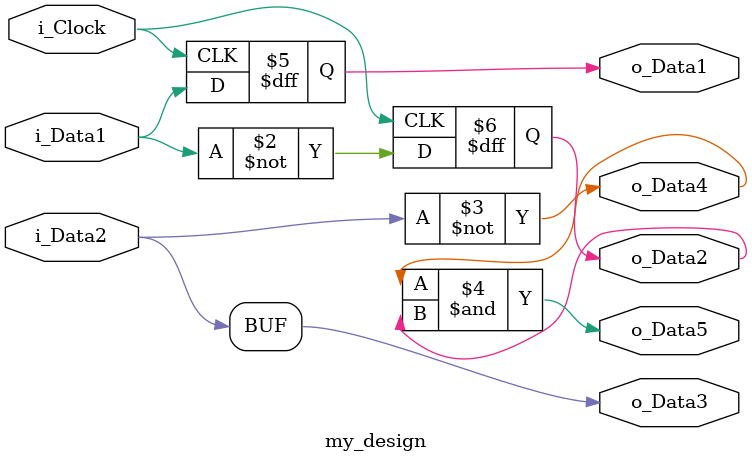
<source format=v>


// always @ (posedge i_Clock) begin
//     o_Data <= i_Reset ? 0 : (o_Data + 1);
// end

// endmodule



module my_design (
    input i_Clock,
    // input i_Reset,
    input i_Data1,
    input i_Data2,
    output o_Data1,
    output o_Data2,
    output o_Data3,
    output o_Data4,
    output o_Data5
);

// reg [2:0] r_Data;

always @ (posedge i_Clock) begin
    // if (i_Reset) begin

    // end
    // else begin
        // r_Data[0] <= i_Data;
        // r_Data[1] <= ~r_Data[0];
        // r_Data[2] <= r_Data[1];
    // end

    o_Data1 <= i_Data1;
    o_Data2 <= ~i_Data1;

end

assign o_Data3 = i_Data2;
assign o_Data4 = ~i_Data2;

assign o_Data5 = o_Data4 & o_Data2;

endmodule

</source>
